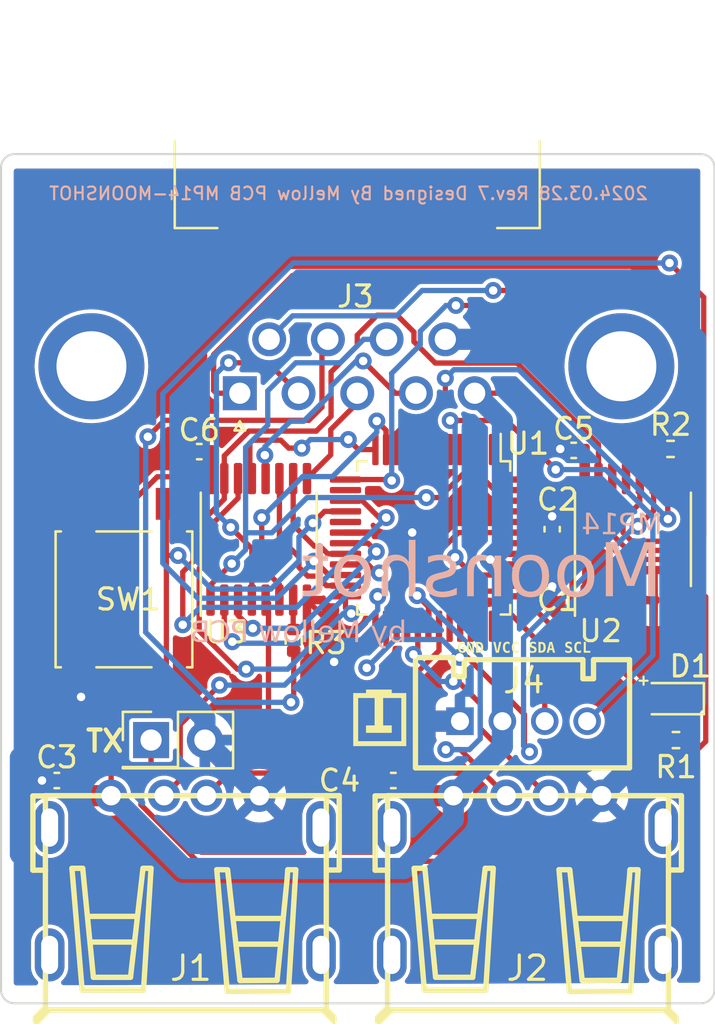
<source format=kicad_pcb>
(kicad_pcb (version 20221018) (generator pcbnew)
  (layers (0 "F.Cu" signal) (31 "B.Cu" signal) (34 "B.Paste" user) (35 "F.Paste" user) (36 "B.SilkS" user "B.Silkscreen") (37 "F.SilkS" user "F.Silkscreen") (38 "B.Mask" user) (39 "F.Mask" user) (44 "Edge.Cuts" user))
  (net 0 "")
  (net 1 "VCC")
  (net 2 "GND")
  (net 3 "Net-(U1-VDD3.3)")
  (net 4 "/JOY_U")
  (net 5 "Net-(D1-K)")
  (net 6 "/H1_D-")
  (net 7 "/H1_D+")
  (net 8 "/H2_D-")
  (net 9 "/H2_D+")
  (net 10 "/JOY_D")
  (net 11 "/JOY_L")
  (net 12 "/JOY_R")
  (net 13 "/JOY_B1")
  (net 14 "/TXD")
  (net 15 "Net-(U1-P1_5)")
  (net 16 "/JOY_B2")
  (net 17 "/JOY_COM")
  (net 20 "/BTN")
  (net 22 "/B6")
  (net 28 "/B5")
  (net 29 "/B4")
  (net 30 "/B3")
  (net 31 "/OE")
  (net 33 "/START")
  (net 35 "/SELECT")
  (net 36 "/B2")
  (net 42 "/SDA")
  (net 43 "/SCL")
  (net 48 "/B1")
  (net 51 "/RIGHT")
  (net 52 "/LEFT")
  (net 53 "/DOWN")
  (net 55 "/UP")
  (net 58 "Net-(U2-Zd)")
  (net 59 "Net-(U3-Zb)")
  (footprint "toyoshim:TS-1159B" (layer "F.Cu") (at 21.5818 42.9009 90)
    (fp_text reference "SW1")
    (fp_text value "SW_Push")
  )
  (footprint "Capacitor_SMD:C_0402_1005Metric" (layer "F.Cu") (at 41.783 41.501 -90)
    (fp_text reference "C1")
    (fp_text value "0.1u")
  )
  (footprint "Connector_PinHeader_2.54mm:PinHeader_2x01_P2.54mm_Vertical" (layer "F.Cu") (at 22.86 49.53)
    (fp_text reference "J6" hide)
    (fp_text value "no impl.")
  )
  (footprint "Capacitor_SMD:C_0402_1005Metric" (layer "F.Cu") (at 34.29 51.435 180)
    (fp_text reference "C4")
    (fp_text value "0.47u")
  )
  (footprint "Capacitor_SMD:C_0402_1005Metric" (layer "F.Cu") (at 41.783 39.596 90)
    (fp_text reference "C2")
    (fp_text value "4.7u")
  )
  (footprint "Resistor_SMD:R_0402_1005Metric" (layer "F.Cu") (at 29.591 44.831 -90)
    (fp_text reference "R3")
    (fp_text value "100")
  )
  (footprint "toyoshim:DSUB-9_Female_TE_2301844_1" (layer "F.Cu") (at 27.048 33.1892 180)
    (fp_text reference "J3")
    (fp_text value "DE9_Plug")
  )
  (footprint "Capacitor_SMD:C_0402_1005Metric" (layer "F.Cu") (at 18.415 51.435 180)
    (fp_text reference "C3")
    (fp_text value "0.47u")
  )
  (footprint "toyoshim:CONN-TH_4P-P2.00_HX20020-4A_2" (layer "F.Cu") (at 40.434 48.641 180)
    (fp_text reference "J4")
    (fp_text value "HY2.0-4P" hide)
  )
  (footprint "toyoshim:USB-A-TH_JTJ-USB-A-F-10.0-010" (layer "F.Cu") (at 40.62 55.9007)
    (fp_text reference "J2")
    (fp_text value "USB-AF-DIP-154-HW-S_P2" hide)
  )
  (footprint "Capacitor_SMD:C_0402_1005Metric" (layer "F.Cu") (at 25.135 35.941 180)
    (fp_text reference "C6")
    (fp_text value "0.1u")
  )
  (footprint "LED_SMD:LED_0603_1608Metric_Pad1.05x0.95mm_HandSolder" (layer "F.Cu") (at 47.28 47.5787 180)
    (fp_text reference "D1")
    (fp_text value "LED")
  )
  (footprint "toyoshim:USB-A-TH_JTJ-USB-A-F-10.0-010" (layer "F.Cu") (at 24.476 55.9007)
    (fp_text reference "J1")
    (fp_text value "USB-AF-DIP-154-HW-S_P1" hide)
  )
  (footprint "Package_QFP:LQFP-48_7x7mm_P0.5mm" (layer "F.Cu") (at 36.195 40.005 -90)
    (fp_text reference "U1")
    (fp_text value "CH559L")
  )
  (footprint "Package_SO:TSSOP-16_4.4x5mm_P0.65mm" (layer "F.Cu") (at 27.94 40.0735 90)
    (fp_text reference "U3")
    (fp_text value "74LS257")
  )
  (footprint "Resistor_SMD:R_0402_1005Metric" (layer "F.Cu") (at 47.625 49.53)
    (fp_text reference "R1")
    (fp_text value "1K")
  )
  (footprint "Package_SO:TSSOP-16_4.4x5mm_P0.65mm" (layer "F.Cu") (at 45.593 40.0735 90)
    (fp_text reference "U2")
    (fp_text value "74LS257")
  )
  (footprint "Resistor_SMD:R_0402_1005Metric" (layer "F.Cu") (at 47.369 35.814 180)
    (fp_text reference "R2")
    (fp_text value "100")
  )
  (footprint "Capacitor_SMD:C_0402_1005Metric" (layer "F.Cu") (at 42.799 35.8825 180)
    (fp_text reference "C5")
    (fp_text value "0.1u")
  )
  (gr_arc (start 15.78395 22.55975) (mid 15.969937 22.110737) (end 16.41895 21.92475) (stroke (width 0.1)) (layer "Edge.Cuts"))
  (gr_line (start 15.78395 61.29475) (end 15.78395 22.55975) (stroke (width 0.1)) (layer "Edge.Cuts"))
  (gr_line (start 16.41895 21.92475) (end 48.80395 21.92475) (stroke (width 0.1)) (layer "Edge.Cuts"))
  (gr_line (start 48.80395 61.92975) (end 16.41895 61.92975) (stroke (width 0.1)) (layer "Edge.Cuts"))
  (gr_arc (start 48.80395 21.92475) (mid 49.252963 22.110737) (end 49.43895 22.55975) (stroke (width 0.1)) (layer "Edge.Cuts"))
  (gr_arc (start 16.41895 61.92975) (mid 15.969937 61.743763) (end 15.78395 61.29475) (stroke (width 0.1)) (layer "Edge.Cuts"))
  (gr_line (start 49.43895 61.29475) (end 49.43895 22.55975) (stroke (width 0.1)) (layer "Edge.Cuts"))
  (gr_arc (start 49.43895 61.29475) (mid 49.252963 61.743763) (end 48.80395 61.92975) (stroke (width 0.1)) (layer "Edge.Cuts"))
  (gr_text "2024.03.28 Rev.7 Designed By Mellow PCB MP14-MOONSHOT" (at 46.355 24.13) (layer "B.SilkS") (effects (font (size 0.6 0.6) (thickness 0.1) bold) (justify left bottom mirror)))
  (gr_text "Moonshot" (at 46.99 43.18) (layer "B.SilkS") (effects (font (size 2.5 2.5)) (justify left bottom mirror)))
  (gr_text "by Mellow PCB" (at 34.925 45.085) (layer "B.SilkS") (effects (font (size 1 1)) (justify left bottom mirror)))
  (gr_text "MP14" (at 46.99 40.005) (layer "B.SilkS") (effects (font (size 1 1)) (justify left bottom mirror)))
  (gr_text "+" (at 45.72 46.99) (layer "F.SilkS") (effects (font (size 0.5 0.5) (thickness 0.1) bold) (justify left bottom)))
  (gr_text "TX" (at 19.685 50.165) (layer "F.SilkS") (effects (font (size 1 1) (thickness 0.2) bold) (justify left bottom)))
  (gr_text "□" (at 32.385 50.165) (layer "F.SilkS") (effects (font (size 3 3)) (justify left bottom)))
  (gr_text "GND VCC SDA SCL" (at 37.3 45.5) (layer "F.SilkS") (effects (font (size 0.5 0.5) (thickness 0.1) bold) (justify left bottom)))
  (gr_text "I" (at 32.766 49.53) (layer "F.SilkS") (effects (font (size 2 2) (thickness 0.4) bold) (justify left bottom)))
  (segment (start 25.665 36.871) (end 25.411032 37.124968) (width 0.25) (layer "F.Cu") (net 1))
  (segment (start 25.411032 37.124968) (end 23.154332 37.124968) (width 0.25) (layer "F.Cu") (net 1))
  (segment (start 43.318 37.211) (end 43.318 35.9215) (width 0.5) (layer "F.Cu") (net 1))
  (segment (start 39.128 40.755) (end 38.862 41.021) (width 0.3) (layer "F.Cu") (net 1))
  (segment (start 40.3575 40.755) (end 41.517 40.755) (width 0.3) (layer "F.Cu") (net 1))
  (segment (start 25.665 37.211) (end 25.665 36.871) (width 0.5) (layer "F.Cu") (net 1))
  (segment (start 42.720002 43.893702) (end 46.405 47.5787) (width 0.25) (layer "F.Cu") (net 1))
  (segment (start 42.720002 41.858888) (end 42.720002 43.893702) (width 0.25) (layer "F.Cu") (net 1))
  (segment (start 38.128 33.1892) (end 40.6004 33.1892) (width 0.25) (layer "F.Cu") (net 1))
  (segment (start 37.12 52.1507) (end 35.4857 52.1507) (width 1) (layer "F.Cu") (net 1))
  (segment (start 43.318 35.9215) (end 43.279 35.8825) (width 0.5) (layer "F.Cu") (net 1))
  (segment (start 35.4857 52.1507) (end 34.77 51.435) (width 1) (layer "F.Cu") (net 1))
  (segment (start 23.154332 37.124968) (end 20.976 39.3033) (width 0.25) (layer "F.Cu") (net 1))
  (segment (start 43.279 35.8825) (end 43.279 35.8678) (width 0.3) (layer "F.Cu") (net 1))
  (segment (start 40.6004 33.1892) (end 43.279 35.8678) (width 0.25) (layer "F.Cu") (net 1))
  (segment (start 25.665 35.991) (end 25.615 35.941) (width 0.5) (layer "F.Cu") (net 1))
  (segment (start 25.665 36.871) (end 25.665 35.991) (width 0.5) (layer "F.Cu") (net 1))
  (segment (start 19.6107 52.1507) (end 18.895 51.435) (width 1) (layer "F.Cu") (net 1))
  (segment (start 20.976 39.3033) (end 20.976 52.1507) (width 0.25) (layer "F.Cu") (net 1))
  (segment (start 40.3575 40.755) (end 39.128 40.755) (width 0.3) (layer "F.Cu") (net 1))
  (segment (start 41.517 40.755) (end 41.783 41.021) (width 0.3) (layer "F.Cu") (net 1))
  (segment (start 41.783 41.021) (end 41.882114 41.021) (width 0.25) (layer "F.Cu") (net 1))
  (segment (start 41.882114 41.021) (end 42.720002 41.858888) (width 0.25) (layer "F.Cu") (net 1))
  (segment (start 20.976 52.1507) (end 19.6107 52.1507) (width 1) (layer "F.Cu") (net 1))
  (via (at 38.862 41.021) (size 0.8) (drill 0.4) (layers "F.Cu" "B.Cu") (net 1))
  (segment (start 24.407 55.5817) (end 20.976 52.1507) (width 1) (layer "B.Cu") (net 1))
  (segment (start 39.434 41.593) (end 39.434 48.641) (width 1) (layer "B.Cu") (net 1))
  (segment (start 37.12 53.2523) (end 34.7906 55.5817) (width 1) (layer "B.Cu") (net 1))
  (segment (start 38.862 41.021) (end 39.434 41.593) (width 1) (layer "B.Cu") (net 1))
  (segment (start 39.434 49.8367) (end 37.12 52.1507) (width 1) (layer "B.Cu") (net 1))
  (segment (start 34.7906 55.5817) (end 24.407 55.5817) (width 1) (layer "B.Cu") (net 1))
  (segment (start 39.434 40.449) (end 38.862 41.021) (width 1) (layer "B.Cu") (net 1))
  (segment (start 39.434 48.641) (end 39.434 49.8367) (width 1) (layer "B.Cu") (net 1))
  (segment (start 37.12 52.1507) (end 37.12 53.2523) (width 1) (layer "B.Cu") (net 1))
  (segment (start 38.128 33.1892) (end 39.434 34.4952) (width 1) (layer "B.Cu") (net 1))
  (segment (start 39.434 34.4952) (end 39.434 40.449) (width 1) (layer "B.Cu") (net 1))
  (segment (start 24.275533 36.320467) (end 21.662233 36.320467) (width 1) (layer "F.Cu") (net 2))
  (segment (start 19.5818 38.4009) (end 19.5818 47.4009) (width 1) (layer "F.Cu") (net 2))
  (segment (start 41.7977 41.981) (end 41.783 42.291) (width 0.3) (layer "F.Cu") (net 2))
  (segment (start 35.175 39.755) (end 35.179 39.751) (width 0.25) (layer "F.Cu") (net 2))
  (segment (start 32.0325 39.755) (end 35.175 39.755) (width 0.25) (layer "F.Cu") (net 2))
  (segment (start 31.496 44.217) (end 30.215 42.936) (width 0.25) (layer "F.Cu") (net 2))
  (segment (start 21.662233 36.320467) (end 19.5818 38.4009) (width 1) (layer "F.Cu") (net 2))
  (segment (start 33.59 50.835) (end 33.59 51.435) (width 1) (layer "F.Cu") (net 2))
  (segment (start 41.783 42.291) (end 41.783 41.981) (width 0.3) (layer "F.Cu") (net 2))
  (segment (start 24.655 35.941) (end 24.275533 36.320467) (width 1) (layer "F.Cu") (net 2))
  (segment (start 35.784 48.641) (end 33.59 50.835) (width 1) (layer "F.Cu") (net 2))
  (segment (start 31.496 45.847) (end 31.496 44.217) (width 0.25) (layer "F.Cu") (net 2))
  (segment (start 37.434 48.641) (end 35.784 48.641) (width 1) (layer "F.Cu") (net 2))
  (via (at 41.783 42.291) (size 0.8) (drill 0.4) (layers "F.Cu" "B.Cu") (net 2))
  (via (at 19.558 47.498) (size 0.8) (drill 0.4) (layers "F.Cu" "B.Cu") (net 2))
  (via (at 31.496 45.847) (size 0.8) (drill 0.4) (layers "F.Cu" "B.Cu") (net 2))
  (via (at 41.783 38.989) (size 0.8) (drill 0.4) (layers "F.Cu" "B.Cu") (net 2))
  (via (at 17.7155 51.435) (size 0.8) (drill 0.4) (layers "F.Cu" "B.Cu") (net 2))
  (via (at 35.179 39.751) (size 0.8) (drill 0.4) (layers "F.Cu" "B.Cu") (net 2))
  (via (at 42.164 35.814) (size 0.8) (drill 0.4) (layers "F.Cu" "B.Cu") (net 2))
  (segment (start 16.695 51.435) (end 17.7155 51.435) (width 1) (layer "B.Cu") (net 2))
  (segment (start 38.2692 30.6492) (end 40.1792 28.7392) (width 1) (layer "B.Cu") (net 2))
  (segment (start 16.695 54.8941) (end 16.695 51.435) (width 1) (layer "B.Cu") (net 2))
  (segment (start 25.4 48.508736) (end 25.4 49.53) (width 1) (layer "B.Cu") (net 2))
  (segment (start 48.556501 47.714199) (end 44.12 52.1507) (width 1) (layer "B.Cu") (net 2))
  (segment (start 16.695 50.361) (end 19.558 47.498) (width 1) (layer "B.Cu") (net 2))
  (segment (start 31.4857 48.641) (end 37.434 48.641) (width 1) (layer "B.Cu") (net 2))
  (segment (start 41.783 38.989) (end 41.783 42.291) (width 0.5) (layer "B.Cu") (net 2))
  (segment (start 18.5622 56.7612) (end 16.695 54.8941) (width 1) (layer "B.Cu") (net 2))
  (segment (start 25.4 49.5747) (end 27.976 52.1507) (width 1) (layer "B.Cu") (net 2))
  (segment (start 16.695 51.435) (end 16.695 50.361) (width 1) (layer "B.Cu") (net 2))
  (segment (start 24.389264 47.498) (end 25.4 48.508736) (width 1) (layer "B.Cu") (net 2))
  (segment (start 40.1792 28.7392) (end 46.6462 28.7392) (width 1) (layer "B.Cu") (net 2))
  (segment (start 19.558 47.498) (end 24.389264 47.498) (width 1) (layer "B.Cu") (net 2))
  (segment (start 36.743 30.6492) (end 38.2692 30.6492) (width 1) (layer "B.Cu") (net 2))
  (segment (start 46.6462 28.7392) (end 48.556501 30.649501) (width 1) (layer "B.Cu") (net 2))
  (segment (start 48.556501 30.649501) (end 48.556501 47.714199) (width 1) (layer "B.Cu") (net 2))
  (segment (start 39.5095 56.7612) (end 18.5622 56.7612) (width 1) (layer "B.Cu") (net 2))
  (segment (start 25.4 49.53) (end 25.4 49.5747) (width 1) (layer "B.Cu") (net 2))
  (segment (start 27.976 52.1507) (end 31.4857 48.641) (width 1) (layer "B.Cu") (net 2))
  (segment (start 44.12 52.1507) (end 39.5095 56.7612) (width 1) (layer "B.Cu") (net 2))
  (segment (start 41.604 40.255) (end 41.783 40.076) (width 0.3) (layer "F.Cu") (net 3))
  (segment (start 40.3575 40.255) (end 41.604 40.255) (width 0.3) (layer "F.Cu") (net 3))
  (segment (start 29.5382 27.644) (end 25.8131 31.3691) (width 0.25) (layer "F.Cu") (net 4))
  (segment (start 25.8131 31.3691) (end 25.8131 33.0596) (width 0.25) (layer "F.Cu") (net 4))
  (segment (start 45.918 37.211) (end 45.918 38.374632) (width 0.25) (layer "F.Cu") (net 4))
  (segment (start 47.701095 40.180501) (end 48.056905 40.180501) (width 0.25) (layer "F.Cu") (net 4))
  (segment (start 48.056905 40.180501) (end 48.504 39.733406) (width 0.25) (layer "F.Cu") (net 4))
  (segment (start 25.9427 33.1892) (end 27.048 33.1892) (width 0.25) (layer "F.Cu") (net 4))
  (segment (start 48.504 30.7365) (end 45.4115 27.644) (width 0.25) (layer "F.Cu") (net 4))
  (segment (start 48.504 39.733406) (end 48.504 30.7365) (width 0.25) (layer "F.Cu") (net 4))
  (segment (start 47.683941 40.163347) (end 47.701095 40.180501) (width 0.25) (layer "F.Cu") (net 4))
  (segment (start 45.125599 39.750661) (end 45.538285 40.163347) (width 0.25) (layer "F.Cu") (net 4))
  (segment (start 45.918 38.374632) (end 45.125599 39.167033) (width 0.25) (layer "F.Cu") (net 4))
  (segment (start 45.538285 40.163347) (end 47.683941 40.163347) (width 0.25) (layer "F.Cu") (net 4))
  (segment (start 45.4115 27.644) (end 29.5382 27.644) (width 0.25) (layer "F.Cu") (net 4))
  (segment (start 45.125599 39.167033) (end 45.125599 39.750661) (width 0.25) (layer "F.Cu") (net 4))
  (segment (start 25.8131 33.0596) (end 25.9427 33.1892) (width 0.25) (layer "F.Cu") (net 4))
  (segment (start 48.145 49.52) (end 48.145 47.5887) (width 0.25) (layer "F.Cu") (net 5))
  (segment (start 48.145 49.52) (end 48.135 49.53) (width 0.25) (layer "F.Cu") (net 5))
  (segment (start 48.145 47.5887) (end 48.155 47.5787) (width 0.25) (layer "F.Cu") (net 5))
  (segment (start 36.945 43.2549) (end 35.7092 42.0191) (width 0.25) (layer "F.Cu") (net 6))
  (segment (start 24.236999 51.388701) (end 24.236999 48.797097) (width 0.25) (layer "F.Cu") (net 6))
  (segment (start 34.2961 42.0191) (end 33.5522 42.763) (width 0.25) (layer "F.Cu") (net 6))
  (segment (start 24.236999 48.797097) (end 26.093205 46.940891) (width 0.25) (layer "F.Cu") (net 6))
  (segment (start 36.945 44.1675) (end 36.945 43.2549) (width 0.25) (layer "F.Cu") (net 6))
  (segment (start 35.7092 42.0191) (end 34.2961 42.0191) (width 0.25) (layer "F.Cu") (net 6))
  (segment (start 23.475 52.1507) (end 24.236999 51.388701) (width 0.25) (layer "F.Cu") (net 6))
  (via (at 33.5522 42.763) (size 0.8) (drill 0.4) (layers "F.Cu" "B.Cu") (net 6))
  (via (at 26.093205 46.940891) (size 0.8) (drill 0.4) (layers "F.Cu" "B.Cu") (net 6))
  (segment (start 33.5522 43.412204) (end 32.562905 44.401499) (width 0.25) (layer "B.Cu") (net 6))
  (segment (start 31.699095 44.401499) (end 29.159703 46.940891) (width 0.25) (layer "B.Cu") (net 6))
  (segment (start 32.562905 44.401499) (end 31.699095 44.401499) (width 0.25) (layer "B.Cu") (net 6))
  (segment (start 33.5522 42.763) (end 33.5522 43.412204) (width 0.25) (layer "B.Cu") (net 6))
  (segment (start 29.159703 46.940891) (end 26.093205 46.940891) (width 0.25) (layer "B.Cu") (net 6))
  (segment (start 30.6762 51.0834) (end 26.5443 51.0834) (width 0.25) (layer "F.Cu") (net 7))
  (segment (start 26.5443 51.0834) (end 25.477 52.1507) (width 0.25) (layer "F.Cu") (net 7))
  (segment (start 36.445 45.3146) (end 30.6762 51.0834) (width 0.25) (layer "F.Cu") (net 7))
  (segment (start 36.445 44.1675) (end 36.445 45.3146) (width 0.25) (layer "F.Cu") (net 7))
  (segment (start 37.4485 49.9802) (end 39.619 52.1507) (width 0.25) (layer "F.Cu") (net 8))
  (segment (start 35.945 43.2529) (end 35.4166 42.7245) (width 0.25) (layer "F.Cu") (net 8))
  (segment (start 35.945 44.1675) (end 35.945 43.2529) (width 0.25) (layer "F.Cu") (net 8))
  (segment (start 36.7659 49.9802) (end 37.4485 49.9802) (width 0.25) (layer "F.Cu") (net 8))
  (via (at 35.4166 42.7245) (size 0.8) (drill 0.4) (layers "F.Cu" "B.Cu") (net 8))
  (via (at 36.7659 49.9802) (size 0.8) (drill 0.4) (layers "F.Cu" "B.Cu") (net 8))
  (segment (start 37.8757 49.9802) (end 36.7659 49.9802) (width 0.25) (layer "B.Cu") (net 8))
  (segment (start 35.4166 42.7245) (end 35.5331 42.7245) (width 0.25) (layer "B.Cu") (net 8))
  (segment (start 38.3893 45.5807) (end 38.3893 49.4666) (width 0.25) (layer "B.Cu") (net 8))
  (segment (start 35.5331 42.7245) (end 38.3893 45.5807) (width 0.25) (layer "B.Cu") (net 8))
  (segment (start 38.3893 49.4666) (end 37.8757 49.9802) (width 0.25) (layer "B.Cu") (net 8))
  (segment (start 35.445 45.2914) (end 35.2396 45.4968) (width 0.25) (layer "F.Cu") (net 9))
  (segment (start 38.3894 47.8163) (end 38.3894 48.9838) (width 0.25) (layer "F.Cu") (net 9))
  (segment (start 37.3428 46.7697) (end 38.3894 47.8163) (width 0.25) (layer "F.Cu") (net 9))
  (segment (start 38.3894 48.9838) (end 41.5563 52.1507) (width 0.25) (layer "F.Cu") (net 9))
  (segment (start 35.445 44.1675) (end 35.445 45.2914) (width 0.25) (layer "F.Cu") (net 9))
  (segment (start 41.5563 52.1507) (end 41.621 52.1507) (width 0.25) (layer "F.Cu") (net 9))
  (segment (start 37.1195 46.7697) (end 37.3428 46.7697) (width 0.25) (layer "F.Cu") (net 9))
  (via (at 35.2396 45.4968) (size 0.8) (drill 0.4) (layers "F.Cu" "B.Cu") (net 9))
  (via (at 37.1195 46.7697) (size 0.8) (drill 0.4) (layers "F.Cu" "B.Cu") (net 9))
  (segment (start 36.5125 46.7697) (end 35.2396 45.4968) (width 0.25) (layer "B.Cu") (net 9))
  (segment (start 37.1195 46.7697) (end 36.5125 46.7697) (width 0.25) (layer "B.Cu") (net 9))
  (segment (start 26.6162 39.5071) (end 27.615 40.5059) (width 0.25) (layer "F.Cu") (net 10))
  (segment (start 28.3849 31.7561) (end 26.5184 31.7561) (width 0.25) (layer "F.Cu") (net 10))
  (segment (start 27.615 40.5059) (end 27.615 42.936) (width 0.25) (layer "F.Cu") (net 10))
  (segment (start 29.818 33.1892) (end 28.3849 31.7561) (width 0.25) (layer "F.Cu") (net 10))
  (via (at 26.6162 39.5071) (size 0.8) (drill 0.4) (layers "F.Cu" "B.Cu") (net 10))
  (via (at 26.5184 31.7561) (size 0.8) (drill 0.4) (layers "F.Cu" "B.Cu") (net 10))
  (segment (start 25.9426 32.2598) (end 25.9426 38.8335) (width 0.25) (layer "B.Cu") (net 10))
  (segment (start 26.4463 31.7561) (end 25.9426 32.2598) (width 0.25) (layer "B.Cu") (net 10))
  (segment (start 25.9426 38.8335) (end 26.6162 39.5071) (width 0.25) (layer "B.Cu") (net 10))
  (segment (start 26.5184 31.7561) (end 26.4463 31.7561) (width 0.25) (layer "B.Cu") (net 10))
  (segment (start 31.339002 36.086998) (end 30.215 37.211) (width 0.25) (layer "F.Cu") (net 11))
  (segment (start 32.588 33.1892) (end 32.588 33.650812) (width 0.25) (layer "F.Cu") (net 11))
  (segment (start 31.339002 34.89981) (end 31.339002 36.086998) (width 0.25) (layer "F.Cu") (net 11))
  (segment (start 32.588 33.650812) (end 31.339002 34.89981) (width 0.25) (layer "F.Cu") (net 11))
  (segment (start 28.265 36.144602) (end 28.2279 36.107502) (width 0.25) (layer "F.Cu") (net 12))
  (segment (start 35.358 33.1892) (end 34.3868 33.1892) (width 0.25) (layer "F.Cu") (net 12))
  (segment (start 34.3868 33.1892) (end 32.8677 31.6701) (width 0.25) (layer "F.Cu") (net 12))
  (segment (start 28.265 37.211) (end 28.265 36.144602) (width 0.25) (layer "F.Cu") (net 12))
  (via (at 28.2279 36.107502) (size 0.8) (drill 0.4) (layers "F.Cu" "B.Cu") (net 12))
  (via (at 32.8677 31.6701) (size 0.8) (drill 0.4) (layers "F.Cu" "B.Cu") (net 12))
  (segment (start 32.8677 31.6701) (end 32.5439 31.6701) (width 0.25) (layer "B.Cu") (net 12))
  (segment (start 31.3553 32.8587) (end 31.3553 33.2152) (width 0.25) (layer "B.Cu") (net 12))
  (segment (start 30.0605 34.51) (end 29.4295 34.51) (width 0.25) (layer "B.Cu") (net 12))
  (segment (start 31.3553 33.2152) (end 30.0605 34.51) (width 0.25) (layer "B.Cu") (net 12))
  (segment (start 29.4295 34.51) (end 28.2279 35.7116) (width 0.25) (layer "B.Cu") (net 12))
  (segment (start 32.5439 31.6701) (end 31.3553 32.8587) (width 0.25) (layer "B.Cu") (net 12))
  (segment (start 28.2279 35.7116) (end 28.2279 36.107502) (width 0.25) (layer "B.Cu") (net 12))
  (segment (start 46.859 35.814) (end 47.853 34.82) (width 0.25) (layer "F.Cu") (net 13))
  (segment (start 45.5081 28.3493) (end 47.868 30.7092) (width 0.25) (layer "F.Cu") (net 13))
  (segment (start 39.0012 28.3493) (end 45.5081 28.3493) (width 0.25) (layer "F.Cu") (net 13))
  (segment (start 47.853 34.82) (end 47.853 30.7242) (width 0.25) (layer "F.Cu") (net 13))
  (via (at 39.0012 28.3493) (size 0.8) (drill 0.4) (layers "F.Cu" "B.Cu") (net 13))
  (segment (start 39.0012 28.3493) (end 35.6469 28.3493) (width 0.25) (layer "B.Cu") (net 13))
  (segment (start 35.3001 28.6961) (end 34.4524 29.5438) (width 0.25) (layer "B.Cu") (net 13))
  (segment (start 35.6469 28.3493) (end 35.3001 28.6961) (width 0.25) (layer "B.Cu") (net 13))
  (segment (start 29.5384 29.5438) (end 28.433 30.6492) (width 0.25) (layer "B.Cu") (net 13))
  (segment (start 34.4524 29.5438) (end 29.5384 29.5438) (width 0.25) (layer "B.Cu") (net 13))
  (segment (start 22.86 49.53) (end 22.86 50.6853) (width 0.25) (layer "F.Cu") (net 14))
  (segment (start 25.0482 55.243) (end 22.3841 52.5789) (width 0.25) (layer "F.Cu") (net 14))
  (segment (start 42.4341 44.8316) (end 42.4341 50.5353) (width 0.25) (layer "F.Cu") (net 14))
  (segment (start 42.4341 50.5353) (end 42.7068 50.808) (width 0.25) (layer "F.Cu") (net 14))
  (segment (start 22.3841 51.1612) (end 22.86 50.6853) (width 0.25) (layer "F.Cu") (net 14))
  (segment (start 42.7068 50.808) (end 42.7068 52.5853) (width 0.25) (layer "F.Cu") (net 14))
  (segment (start 40.0491 55.243) (end 25.0482 55.243) (width 0.25) (layer "F.Cu") (net 14))
  (segment (start 42.7068 52.5853) (end 40.0491 55.243) (width 0.25) (layer "F.Cu") (net 14))
  (segment (start 40.3575 42.755) (end 42.4341 44.8316) (width 0.25) (layer "F.Cu") (net 14))
  (segment (start 22.3841 52.5789) (end 22.3841 51.1612) (width 0.25) (layer "F.Cu") (net 14))
  (segment (start 44.266597 40.106471) (end 45.182475 41.022349) (width 0.25) (layer "F.Cu") (net 15))
  (segment (start 47.796 50.211) (end 47.115 49.53) (width 0.25) (layer "F.Cu") (net 15))
  (segment (start 47.265549 41.022349) (end 49.0298 42.7866) (width 0.25) (layer "F.Cu") (net 15))
  (segment (start 41.660298 37.494998) (end 42.189152 37.494998) (width 0.25) (layer "F.Cu") (net 15))
  (segment (start 49.0298 49.5899) (end 48.4087 50.211) (width 0.25) (layer "F.Cu") (net 15))
  (segment (start 48.4087 50.211) (end 47.796 50.211) (width 0.25) (layer "F.Cu") (net 15))
  (segment (start 40.3575 37.255) (end 41.4203 37.255) (width 0.25) (layer "F.Cu") (net 15))
  (segment (start 42.189152 37.494998) (end 44.266597 39.572443) (width 0.25) (layer "F.Cu") (net 15))
  (segment (start 44.266597 39.572443) (end 44.266597 40.106471) (width 0.25) (layer "F.Cu") (net 15))
  (segment (start 49.0298 42.7866) (end 49.0298 49.5899) (width 0.25) (layer "F.Cu") (net 15))
  (segment (start 41.4203 37.255) (end 41.660298 37.494998) (width 0.25) (layer "F.Cu") (net 15))
  (segment (start 45.182475 41.022349) (end 47.265549 41.022349) (width 0.25) (layer "F.Cu") (net 15))
  (segment (start 23.484222 34.465501) (end 22.708756 35.240967) (width 0.25) (layer "F.Cu") (net 16))
  (segment (start 30.923 30.9292) (end 30.923 33.847) (width 0.25) (layer "F.Cu") (net 16))
  (segment (start 30.923 33.847) (end 30.304499 34.465501) (width 0.25) (layer "F.Cu") (net 16))
  (segment (start 29.591 47.625) (end 29.591 45.341) (width 0.25) (layer "F.Cu") (net 16))
  (segment (start 29.464 47.752) (end 29.591 47.625) (width 0.25) (layer "F.Cu") (net 16))
  (segment (start 31.203 30.6492) (end 30.923 30.9292) (width 0.25) (layer "F.Cu") (net 16))
  (segment (start 30.304499 34.465501) (end 23.484222 34.465501) (width 0.25) (layer "F.Cu") (net 16))
  (via (at 29.464 47.752) (size 0.8) (drill 0.4) (layers "F.Cu" "B.Cu") (net 16))
  (via (at 22.708756 35.240967) (size 0.8) (drill 0.4) (layers "F.Cu" "B.Cu") (net 16))
  (segment (start 22.606 35.343723) (end 22.708756 35.240967) (width 0.25) (layer "B.Cu") (net 16))
  (segment (start 25.908 47.752) (end 22.606 44.45) (width 0.25) (layer "B.Cu") (net 16))
  (segment (start 29.464 47.752) (end 25.908 47.752) (width 0.25) (layer "B.Cu") (net 16))
  (segment (start 22.606 44.45) (end 22.606 35.343723) (width 0.25) (layer "B.Cu") (net 16))
  (segment (start 26.668 41.2195) (end 25.665 42.2225) (width 0.25) (layer "F.Cu") (net 17))
  (segment (start 41.478095 37.924499) (end 41.960905 37.924499) (width 0.25) (layer "F.Cu") (net 17))
  (segment (start 40.3575 37.755) (end 41.308596 37.755) (width 0.25) (layer "F.Cu") (net 17))
  (segment (start 37.945 36.6261) (end 36.466 38.1051) (width 0.25) (layer "F.Cu") (net 17))
  (segment (start 37.945 35.8425) (end 37.945 36.6261) (width 0.25) (layer "F.Cu") (net 17))
  (segment (start 37.945 36.6261) (end 39.0739 37.755) (width 0.25) (layer "F.Cu") (net 17))
  (segment (start 41.308596 37.755) (end 41.478095 37.924499) (width 0.25) (layer "F.Cu") (net 17))
  (segment (start 41.960905 37.924499) (end 43.318 39.281594) (width 0.25) (layer "F.Cu") (net 17))
  (segment (start 43.318 39.281594) (end 43.318 42.936) (width 0.25) (layer "F.Cu") (net 17))
  (segment (start 36.466 38.1051) (end 35.8466 38.1051) (width 0.25) (layer "F.Cu") (net 17))
  (segment (start 39.0739 37.755) (end 40.3575 37.755) (width 0.25) (layer "F.Cu") (net 17))
  (segment (start 25.665 42.2225) (end 25.665 42.936) (width 0.25) (layer "F.Cu") (net 17))
  (via (at 26.668 41.2195) (size 0.8) (drill 0.4) (layers "F.Cu" "B.Cu") (net 17))
  (via (at 35.8466 38.1051) (size 0.8) (drill 0.4) (layers "F.Cu" "B.Cu") (net 17))
  (segment (start 27.3215 40.566) (end 27.3215 39.7639) (width 0.25) (layer "B.Cu") (net 17))
  (segment (start 29.6882 31.7546) (end 31.7859 31.7546) (width 0.25) (layer "B.Cu") (net 17))
  (segment (start 26.668 41.2195) (end 27.3215 40.566) (width 0.25) (layer "B.Cu") (net 17))
  (segment (start 27.3215 39.7639) (end 27.3215 35.7406) (width 0.25) (layer "B.Cu") (net 17))
  (segment (start 32.8913 30.6492) (end 33.973 30.6492) (width 0.25) (layer "B.Cu") (net 17))
  (segment (start 28.5605 39.7639) (end 27.3215 39.7639) (width 0.25) (layer "B.Cu") (net 17))
  (segment (start 28.366 34.6961) (end 28.366 33.0768) (width 0.25) (layer "B.Cu") (net 17))
  (segment (start 28.366 33.0768) (end 29.6882 31.7546) (width 0.25) (layer "B.Cu") (net 17))
  (segment (start 35.8466 38.1051) (end 30.2193 38.1051) (width 0.25) (layer "B.Cu") (net 17))
  (segment (start 30.2193 38.1051) (end 28.5605 39.7639) (width 0.25) (layer "B.Cu") (net 17))
  (segment (start 31.7859 31.7546) (end 32.8913 30.6492) (width 0.25) (layer "B.Cu") (net 17))
  (segment (start 27.3215 35.7406) (end 28.366 34.6961) (width 0.25) (layer "B.Cu") (net 17))
  (segment (start 23.5818 38.4009) (end 23.5818 39.4562) (width 0.25) (layer "F.Cu") (net 20))
  (segment (start 23.5818 47.4009) (end 23.5818 46.3456) (width 0.25) (layer "F.Cu") (net 20))
  (segment (start 31.0457 38.755) (end 30.4956 39.3051) (width 0.25) (layer "F.Cu") (net 20))
  (segment (start 23.5818 46.3456) (end 23.5818 40.8333) (width 0.25) (layer "F.Cu") (net 20))
  (segment (start 23.5818 40.8333) (end 23.5818 39.4562) (width 0.25) (layer "F.Cu") (net 20))
  (segment (start 32.0325 38.755) (end 31.0457 38.755) (width 0.25) (layer "F.Cu") (net 20))
  (segment (start 24.1332 40.8333) (end 23.5818 40.8333) (width 0.25) (layer "F.Cu") (net 20))
  (via (at 24.1332 40.8333) (size 0.8) (drill 0.4) (layers "F.Cu" "B.Cu") (net 20))
  (via (at 30.4956 39.3051) (size 0.8) (drill 0.4) (layers "F.Cu" "B.Cu") (net 20))
  (segment (start 30.4956 39.3051) (end 29.8379 39.9628) (width 0.25) (layer "B.Cu") (net 20))
  (segment (start 25.7169 42.417) (end 24.1332 40.8333) (width 0.25) (layer "B.Cu") (net 20))
  (segment (start 29.8379 39.9628) (end 29.8379 41.0887) (width 0.25) (layer "B.Cu") (net 20))
  (segment (start 29.8379 41.0887) (end 28.5096 42.417) (width 0.25) (layer "B.Cu") (net 20))
  (segment (start 28.5096 42.417) (end 25.7169 42.417) (width 0.25) (layer "B.Cu") (net 20))
  (segment (start 32.0325 37.255) (end 34.1645 37.255) (width 0.25) (layer "F.Cu") (net 22))
  (segment (start 38.027 29.0538) (end 37.2426 29.0538) (width 0.25) (layer "F.Cu") (net 22))
  (segment (start 34.1645 37.255) (end 34.2142 37.3047) (width 0.25) (layer "F.Cu") (net 22))
  (segment (start 45.268 36.2948) (end 38.027 29.0538) (width 0.25) (layer "F.Cu") (net 22))
  (segment (start 45.268 37.211) (end 45.268 36.2948) (width 0.25) (layer "F.Cu") (net 22))
  (via (at 34.2142 37.3047) (size 0.8) (drill 0.4) (layers "F.Cu" "B.Cu") (net 22))
  (via (at 37.2426 29.0538) (size 0.8) (drill 0.4) (layers "F.Cu" "B.Cu") (net 22))
  (segment (start 35.56 30.9049) (end 34.2069 32.258) (width 0.25) (layer "B.Cu") (net 22))
  (segment (start 34.2142 37.3047) (end 34.2142 32.2653) (width 0.25) (layer "B.Cu") (net 22))
  (segment (start 35.56 30.269494) (end 35.56 30.9049) (width 0.25) (layer "B.Cu") (net 22))
  (segment (start 36.775694 29.0538) (end 35.56 30.269494) (width 0.25) (layer "B.Cu") (net 22))
  (segment (start 37.2426 29.0538) (end 36.775694 29.0538) (width 0.25) (layer "B.Cu") (net 22))
  (segment (start 34.2142 32.2653) (end 34.2069 32.258) (width 0.25) (layer "B.Cu") (net 22))
  (segment (start 36.7638 29.0538) (end 37.2426 29.0538) (width 0.25) (layer "B.Cu") (net 22))
  (segment (start 27.6618 44.2622) (end 27.5687 44.2622) (width 0.25) (layer "F.Cu") (net 28))
  (segment (start 33.0932 40.255) (end 33.4874 40.6492) (width 0.25) (layer "F.Cu") (net 28))
  (segment (start 27.5687 44.2622) (end 26.965 43.6585) (width 0.25) (layer "F.Cu") (net 28))
  (segment (start 26.965 43.6585) (end 26.965 42.936) (width 0.25) (layer "F.Cu") (net 28))
  (segment (start 32.0325 40.255) (end 33.0932 40.255) (width 0.25) (layer "F.Cu") (net 28))
  (via (at 27.6618 44.2622) (size 0.8) (drill 0.4) (layers "F.Cu" "B.Cu") (net 28))
  (via (at 33.4874 40.6492) (size 0.8) (drill 0.4) (layers "F.Cu" "B.Cu") (net 28))
  (segment (start 29.8744 44.2622) (end 27.6618 44.2622) (width 0.25) (layer "B.Cu") (net 28))
  (segment (start 33.4874 40.6492) (end 29.8744 44.2622) (width 0.25) (layer "B.Cu") (net 28))
  (segment (start 30.5614 40.3955) (end 30.8355 40.3955) (width 0.25) (layer "F.Cu") (net 29))
  (segment (start 29.565 39.3991) (end 30.5614 40.3955) (width 0.25) (layer "F.Cu") (net 29))
  (segment (start 29.565 37.211) (end 29.565 39.3991) (width 0.25) (layer "F.Cu") (net 29))
  (segment (start 31.195 40.755) (end 32.0325 40.755) (width 0.25) (layer "F.Cu") (net 29))
  (segment (start 30.8355 40.3955) (end 31.195 40.755) (width 0.25) (layer "F.Cu") (net 29))
  (segment (start 34.445 35.0601) (end 35.0029 34.5022) (width 0.25) (layer "F.Cu") (net 30))
  (segment (start 34.445 35.8425) (end 34.445 35.0601) (width 0.25) (layer "F.Cu") (net 30))
  (segment (start 35.0029 34.5022) (end 35.6285 34.5022) (width 0.25) (layer "F.Cu") (net 30))
  (segment (start 36.7431 33.3876) (end 36.7431 32.4852) (width 0.25) (layer "F.Cu") (net 30))
  (segment (start 47.218 37.211) (end 47.244 39.116) (width 0.25) (layer "F.Cu") (net 30))
  (segment (start 35.6285 34.5022) (end 36.7431 33.3876) (width 0.25) (layer "F.Cu") (net 30))
  (via (at 47.244 39.116) (size 0.8) (drill 0.4) (layers "F.Cu" "B.Cu") (net 30))
  (via (at 36.7431 32.4852) (size 0.8) (drill 0.4) (layers "F.Cu" "B.Cu") (net 30))
  (segment (start 36.7431 32.4852) (end 37.1451 32.0832) (width 0.25) (layer "B.Cu") (net 30))
  (segment (start 47.244 39.116) (end 40.2112 32.0832) (width 0.25) (layer "B.Cu") (net 30))
  (segment (start 40.2112 32.0832) (end 40.132 32.0832) (width 0.25) (layer "B.Cu") (net 30))
  (segment (start 37.1451 32.0832) (end 40.132 32.0832) (width 0.25) (layer "B.Cu") (net 30))
  (segment (start 33.5273 29.5144) (end 32.588 30.4537) (width 0.25) (layer "F.Cu") (net 31))
  (segment (start 36.269 31.7671) (end 35.2628 30.7609) (width 0.25) (layer "F.Cu") (net 31))
  (segment (start 43.968 35.6035) (end 40.1316 31.7671) (width 0.25) (layer "F.Cu") (net 31))
  (segment (start 43.968 37.211) (end 43.968 35.6035) (width 0.25) (layer "F.Cu") (net 31))
  (segment (start 32.588 30.9524) (end 31.352501 32.187899) (width 0.25) (layer "F.Cu") (net 31))
  (segment (start 24.8385 39.6513) (end 26.315 38.1748) (width 0.25) (layer "F.Cu") (net 31))
  (segment (start 24.8385 41.1255) (end 24.8385 39.6513) (width 0.25) (layer "F.Cu") (net 31))
  (segment (start 26.315 38.1748) (end 26.315 37.211) (width 0.25) (layer "F.Cu") (net 31))
  (segment (start 30.657905 34.973501) (end 27.479899 34.973501) (width 0.25) (layer "F.Cu") (net 31))
  (segment (start 32.588 30.4537) (end 32.588 30.9524) (width 0.25) (layer "F.Cu") (net 31))
  (segment (start 31.352501 34.278905) (end 30.657905 34.973501) (width 0.25) (layer "F.Cu") (net 31))
  (segment (start 40.1316 31.7671) (end 36.269 31.7671) (width 0.25) (layer "F.Cu") (net 31))
  (segment (start 35.2628 30.3091) (end 34.4681 29.5144) (width 0.25) (layer "F.Cu") (net 31))
  (segment (start 32.8274 38.255) (end 33.6229 39.0505) (width 0.25) (layer "F.Cu") (net 31))
  (segment (start 24.356 41.608) (end 24.8385 41.1255) (width 0.25) (layer "F.Cu") (net 31))
  (segment (start 33.6229 39.0505) (end 33.952432 39.0505) (width 0.25) (layer "F.Cu") (net 31))
  (segment (start 35.2628 30.7609) (end 35.2628 30.3091) (width 0.25) (layer "F.Cu") (net 31))
  (segment (start 24.356 44.0973) (end 24.356 41.608) (width 0.25) (layer "F.Cu") (net 31))
  (segment (start 27.479899 34.973501) (end 26.315 36.1384) (width 0.25) (layer "F.Cu") (net 31))
  (segment (start 31.352501 32.187899) (end 31.352501 34.278905) (width 0.25) (layer "F.Cu") (net 31))
  (segment (start 34.4681 29.5144) (end 33.5273 29.5144) (width 0.25) (layer "F.Cu") (net 31))
  (segment (start 26.315 36.1384) (end 26.315 37.211) (width 0.25) (layer "F.Cu") (net 31))
  (segment (start 32.0325 38.255) (end 32.8274 38.255) (width 0.25) (layer "F.Cu") (net 31))
  (via (at 33.952432 39.0505) (size 0.8) (drill 0.4) (layers "F.Cu" "B.Cu") (net 31))
  (via (at 24.356 44.0973) (size 0.8) (drill 0.4) (layers "F.Cu" "B.Cu") (net 31))
  (segment (start 29.725132 43.2778) (end 33.952432 39.0505) (width 0.25) (layer "B.Cu") (net 31))
  (segment (start 24.356 44.0973) (end 25.1755 43.2778) (width 0.25) (layer "B.Cu") (net 31))
  (segment (start 25.1755 43.2778) (end 29.725132 43.2778) (width 0.25) (layer "B.Cu") (net 31))
  (segment (start 28.0817 39.0472) (end 28.0817 41.3744) (width 0.25) (layer "F.Cu") (net 33))
  (segment (start 33.945 35.8425) (end 33.945 34.934564) (width 0.25) (layer "F.Cu") (net 33))
  (segment (start 28.915 42.2077) (end 28.915 42.936) (width 0.25) (layer "F.Cu") (net 33))
  (segment (start 28.0817 41.3744) (end 28.915 42.2077) (width 0.25) (layer "F.Cu") (net 33))
  (segment (start 33.945 34.934564) (end 33.5097 34.499264) (width 0.25) (layer "F.Cu") (net 33))
  (via (at 28.0817 39.0472) (size 0.8) (drill 0.4) (layers "F.Cu" "B.Cu") (net 33))
  (via (at 33.5097 34.499264) (size 0.8) (drill 0.4) (layers "F.Cu" "B.Cu") (net 33))
  (segment (start 30.0129 37.116) (end 31.4231 37.116) (width 0.25) (layer "B.Cu") (net 33))
  (segment (start 33.5097 35.0294) (end 33.5097 34.499264) (width 0.25) (layer "B.Cu") (net 33))
  (segment (start 31.4231 37.116) (end 33.5097 35.0294) (width 0.25) (layer "B.Cu") (net 33))
  (segment (start 28.0817 39.0472) (end 30.0129 37.116) (width 0.25) (layer "B.Cu") (net 33))
  (segment (start 33.445 35.8425) (end 32.6383 35.8425) (width 0.25) (layer "F.Cu") (net 35))
  (segment (start 27.615 37.211) (end 27.5226 37.1186) (width 0.25) (layer "F.Cu") (net 35))
  (segment (start 32.6383 35.8425) (end 32.167 35.3712) (width 0.25) (layer "F.Cu") (net 35))
  (segment (start 29.353471 35.775283) (end 29.971364 35.775283) (width 0.25) (layer "F.Cu") (net 35))
  (segment (start 27.5226 37.1186) (end 27.5226 35.5394) (width 0.25) (layer "F.Cu") (net 35))
  (segment (start 28.98119 35.403002) (end 29.353471 35.775283) (width 0.25) (layer "F.Cu") (net 35))
  (segment (start 27.658998 35.403002) (end 28.98119 35.403002) (width 0.25) (layer "F.Cu") (net 35))
  (segment (start 27.5226 35.5394) (end 27.658998 35.403002) (width 0.25) (layer "F.Cu") (net 35))
  (via (at 32.167 35.3712) (size 0.8) (drill 0.4) (layers "F.Cu" "B.Cu") (net 35))
  (via (at 29.971364 35.775283) (size 0.8) (drill 0.4) (layers "F.Cu" "B.Cu") (net 35))
  (segment (start 32.167 35.3712) (end 30.375447 35.3712) (width 0.25) (layer "B.Cu") (net 35))
  (segment (start 30.375447 35.3712) (end 29.971364 35.775283) (width 0.25) (layer "B.Cu") (net 35))
  (segment (start 28.399499 48.183905) (end 29.159095 48.943501) (width 0.25) (layer "F.Cu") (net 36))
  (segment (start 32.306501 45.305999) (end 33.445 44.1675) (width 0.25) (layer "F.Cu") (net 36))
  (segment (start 30.276905 48.943501) (end 32.306501 46.913905) (width 0.25) (layer "F.Cu") (net 36))
  (segment (start 29.159095 48.943501) (end 30.276905 48.943501) (width 0.25) (layer "F.Cu") (net 36))
  (segment (start 28.265 42.936) (end 28.399499 43.070499) (width 0.25) (layer "F.Cu") (net 36))
  (segment (start 32.306501 46.913905) (end 32.306501 45.305999) (width 0.25) (layer "F.Cu") (net 36))
  (segment (start 28.399499 43.070499) (end 28.399499 48.183905) (width 0.25) (layer "F.Cu") (net 36))
  (segment (start 36.4922 41.215) (end 37.7918 42.5146) (width 0.25) (layer "F.Cu") (net 42))
  (segment (start 39.5574 42.255) (end 39.2978 42.5146) (width 0.25) (layer "F.Cu") (net 42))
  (segment (start 37.7918 42.5146) (end 39.2978 42.5146) (width 0.25) (layer "F.Cu") (net 42))
  (segment (start 39.2978 42.5146) (end 39.2978 43.0614) (width 0.25) (layer "F.Cu") (net 42))
  (segment (start 36.4922 40.6277) (end 36.4922 41.215) (width 0.25) (layer "F.Cu") (net 42))
  (segment (start 40.3575 39.755) (end 37.3649 39.755) (width 0.25) (layer "F.Cu") (net 42))
  (segment (start 40.3575 42.255) (end 39.5574 42.255) (width 0.25) (layer "F.Cu") (net 42))
  (segment (start 37.3649 39.755) (end 36.4922 40.6277) (width 0.25) (layer "F.Cu") (net 42))
  (segment (start 41.434 45.1976) (end 41.434 48.641) (width 0.25) (layer "F.Cu") (net 42))
  (segment (start 39.2978 43.0614) (end 41.434 45.1976) (width 0.25) (layer "F.Cu") (net 42))
  (segment (start 36.9739 34.4746) (end 39.6373 34.4746) (width 0.25) (layer "F.Cu") (net 43))
  (segment (start 40.3575 41.755) (end 38.0395 41.755) (width 0.25) (layer "F.Cu") (net 43))
  (segment (start 39.6373 34.4746) (end 41.9501 36.7874) (width 0.25) (layer "F.Cu") (net 43))
  (segment (start 38.0395 41.755) (end 37.204 40.9195) (width 0.25) (layer "F.Cu") (net 43))
  (via (at 36.9739 34.4746) (size 0.8) (drill 0.4) (layers "F.Cu" "B.Cu") (net 43))
  (via (at 41.9501 36.7874) (size 0.8) (drill 0.4) (layers "F.Cu" "B.Cu") (net 43))
  (via (at 37.204 40.9195) (size 0.8) (drill 0.4) (layers "F.Cu" "B.Cu") (net 43))
  (segment (start 41.9501 36.7874) (end 44.307994 36.7874) (width 0.25) (layer "B.Cu") (net 43))
  (segment (start 37.204 40.9195) (end 37.204 34.7047) (width 0.25) (layer "B.Cu") (net 43))
  (segment (start 37.204 34.7047) (end 36.9739 34.4746) (width 0.25) (layer "B.Cu") (net 43))
  (segment (start 46.534599 45.540401) (end 43.434 48.641) (width 0.25) (layer "B.Cu") (net 43))
  (segment (start 46.534599 39.014005) (end 46.534599 45.540401) (width 0.25) (layer "B.Cu") (net 43))
  (segment (start 44.307994 36.7874) (end 46.534599 39.014005) (width 0.25) (layer "B.Cu") (net 43))
  (segment (start 46.568 38.720946) (end 45.830099 39.458847) (width 0.25) (layer "F.Cu") (net 48))
  (segment (start 37.7834 45.632) (end 40.4786 48.3272) (width 0.25) (layer "F.Cu") (net 48))
  (segment (start 46.568 37.211) (end 46.568 38.720946) (width 0.25) (layer "F.Cu") (net 48))
  (segment (start 40.4786 48.3272) (end 40.4786 49.8476) (width 0.25) (layer "F.Cu") (net 48))
  (segment (start 33.945 45.2177) (end 33.0353 46.1274) (width 0.25) (layer "F.Cu") (net 48))
  (segment (start 40.4786 49.8476) (end 40.7152 50.0842) (width 0.25) (layer "F.Cu") (net 48))
  (segment (start 33.945 44.1675) (end 33.945 45.2177) (width 0.25) (layer "F.Cu") (net 48))
  (segment (start 37.4182 45.632) (end 37.7834 45.632) (width 0.25) (layer "F.Cu") (net 48))
  (via (at 40.7152 50.0842) (size 0.8) (drill 0.4) (layers "F.Cu" "B.Cu") (net 48))
  (via (at 33.0353 46.1274) (size 0.8) (drill 0.4) (layers "F.Cu" "B.Cu") (net 48))
  (via (at 45.830099 39.458847) (size 0.8) (drill 0.4) (layers "F.Cu" "B.Cu") (net 48))
  (via (at 37.4182 45.632) (size 0.8) (drill 0.4) (layers "F.Cu" "B.Cu") (net 48))
  (segment (start 34.3712 44.7915) (end 33.0353 46.1274) (width 0.25) (layer "B.Cu") (net 48))
  (segment (start 36.5777 44.7915) (end 34.3712 44.7915) (width 0.25) (layer "B.Cu") (net 48))
  (segment (start 37.4182 45.632) (end 36.5777 44.7915) (width 0.25) (layer "B.Cu") (net 48))
  (segment (start 45.687553 39.458847) (end 45.830099 39.458847) (width 0.25) (layer "B.Cu") (net 48))
  (segment (start 40.4341 44.7123) (end 45.687553 39.458847) (width 0.25) (layer "B.Cu") (net 48))
  (segment (start 40.4341 49.8031) (end 40.4341 44.7123) (width 0.25) (layer "B.Cu") (net 48))
  (segment (start 40.7152 50.0842) (end 40.4341 49.8031) (width 0.25) (layer "B.Cu") (net 48))
  (segment (start 32.0325 42.755) (end 32.0325 43.29749) (width 0.25) (layer "F.Cu") (net 51))
  (segment (start 27.3471 46.1876) (end 26.9298 46.1876) (width 0.25) (layer "F.Cu") (net 51))
  (segment (start 25.1302 44.388) (end 25.1302 41.4424) (width 0.25) (layer "F.Cu") (net 51))
  (segment (start 26.9298 46.1876) (end 25.1302 44.388) (width 0.25) (layer "F.Cu") (net 51))
  (segment (start 32.0325 43.29749) (end 32.305009 43.569999) (width 0.25) (layer "F.Cu") (net 51))
  (segment (start 25.2688 41.3038) (end 25.2688 39.8297) (width 0.25) (layer "F.Cu") (net 51))
  (segment (start 25.2688 39.8297) (end 26.965 38.1335) (width 0.25) (layer "F.Cu") (net 51))
  (segment (start 26.965 38.1335) (end 26.965 37.211) (width 0.25) (layer "F.Cu") (net 51))
  (segment (start 25.1302 41.4424) (end 25.2688 41.3038) (width 0.25) (layer "F.Cu") (net 51))
  (via (at 27.3471 46.1876) (size 0.8) (drill 0.4) (layers "F.Cu" "B.Cu") (net 51))
  (via (at 32.305009 43.569999) (size 0.8) (drill 0.4) (layers "F.Cu" "B.Cu") (net 51))
  (segment (start 29.305588 46.1876) (end 31.923189 43.569999) (width 0.25) (layer "B.Cu") (net 51))
  (segment (start 27.3471 46.1876) (end 29.305588 46.1876) (width 0.25) (layer "B.Cu") (net 51))
  (segment (start 31.923189 43.569999) (end 32.305009 43.569999) (width 0.25) (layer "B.Cu") (net 51))
  (segment (start 31.1403 42.255) (end 32.0325 42.255) (width 0.25) (layer "F.Cu") (net 52))
  (segment (start 30.2512 41.8061) (end 30.6914 41.8061) (width 0.25) (layer "F.Cu") (net 52))
  (segment (start 29.838 40.9052) (end 29.838 41.3929) (width 0.25) (layer "F.Cu") (net 52))
  (segment (start 30.6914 41.8061) (end 31.1403 42.255) (width 0.25) (layer "F.Cu") (net 52))
  (segment (start 28.915 37.211) (end 28.915 39.9822) (width 0.25) (layer "F.Cu") (net 52))
  (segment (start 28.915 39.9822) (end 29.838 40.9052) (width 0.25) (layer "F.Cu") (net 52))
  (segment (start 29.838 41.3929) (end 30.2512 41.8061) (width 0.25) (layer "F.Cu") (net 52))
  (segment (start 26.6926 44.8946) (end 26.315 44.517) (width 0.25) (layer "F.Cu") (net 53))
  (segment (start 26.315 44.517) (end 26.315 42.936) (width 0.25) (layer "F.Cu") (net 53))
  (segment (start 33.0958 41.255) (end 33.4977 41.6569) (width 0.25) (layer "F.Cu") (net 53))
  (segment (start 33.4977 41.6569) (end 33.6314 41.6569) (width 0.25) (layer "F.Cu") (net 53))
  (segment (start 32.0325 41.255) (end 33.0958 41.255) (width 0.25) (layer "F.Cu") (net 53))
  (via (at 26.6926 44.8946) (size 0.8) (drill 0.4) (layers "F.Cu" "B.Cu") (net 53))
  (via (at 33.6314 41.6569) (size 0.8) (drill 0.4) (layers "F.Cu" "B.Cu") (net 53))
  (segment (start 33.1513 41.6569) (end 33.6314 41.6569) (width 0.25) (layer "B.Cu") (net 53))
  (segment (start 29.8407 44.9675) (end 33.1513 41.6569) (width 0.25) (layer "B.Cu") (net 53))
  (segment (start 26.7655 44.9675) (end 29.8407 44.9675) (width 0.25) (layer "B.Cu") (net 53))
  (segment (start 26.6926 44.8946) (end 26.7655 44.9675) (width 0.25) (layer "B.Cu") (net 53))
  (segment (start 30.5948 41.1008) (end 30.5433 41.1008) (width 0.25) (layer "F.Cu") (net 55))
  (segment (start 44.618 39.18944) (end 44.696098 39.267538) (width 0.25) (layer "F.Cu") (net 55))
  (segment (start 32.0325 41.755) (end 31.249 41.755) (width 0.25) (layer "F.Cu") (net 55))
  (segment (start 47.52319 40.610002) (end 48.23481 40.610002) (width 0.25) (layer "F.Cu") (net 55))
  (segment (start 44.618 37.211) (end 44.618 39.18944) (width 0.25) (layer "F.Cu") (net 55))
  (segment (start 48.933501 28.668501) (end 47.3193 27.0543) (width 0.25) (layer "F.Cu") (net 55))
  (segment (start 44.696098 39.267538) (end 44.696098 39.928566) (width 0.25) (layer "F.Cu") (net 55))
  (segment (start 48.23481 40.610002) (end 48.933501 39.911311) (width 0.25) (layer "F.Cu") (net 55))
  (segment (start 47.506036 40.592848) (end 47.52319 40.610002) (width 0.25) (layer "F.Cu") (net 55))
  (segment (start 31.249 41.755) (end 30.5948 41.1008) (width 0.25) (layer "F.Cu") (net 55))
  (segment (start 44.696098 39.928566) (end 45.36038 40.592848) (width 0.25) (layer "F.Cu") (net 55))
  (segment (start 48.933501 39.911311) (end 48.933501 28.668501) (width 0.25) (layer "F.Cu") (net 55))
  (segment (start 45.36038 40.592848) (end 47.506036 40.592848) (width 0.25) (layer "F.Cu") (net 55))
  (via (at 47.3193 27.0543) (size 0.8) (drill 0.4) (layers "F.Cu" "B.Cu") (net 55))
  (via (at 30.5433 41.1008) (size 0.8) (drill 0.4) (layers "F.Cu" "B.Cu") (net 55))
  (segment (start 23.413256 41.195756) (end 23.413256 33.212444) (width 0.25) (layer "B.Cu") (net 55))
  (segment (start 25.0649 42.8474) (end 23.413256 41.195756) (width 0.25) (layer "B.Cu") (net 55))
  (segment (start 23.413256 33.212444) (end 29.5714 27.0543) (width 0.25) (layer "B.Cu") (net 55))
  (segment (start 29.5714 27.0543) (end 47.3193 27.0543) (width 0.25) (layer "B.Cu") (net 55))
  (segment (start 28.7967 42.8474) (end 25.0649 42.8474) (width 0.25) (layer "B.Cu") (net 55))
  (segment (start 30.5433 41.1008) (end 28.7967 42.8474) (width 0.25) (layer "B.Cu") (net 55))
  (segment (start 47.879 36.07) (end 47.879 37.2) (width 0.25) (layer "F.Cu") (net 58))
  (segment (start 47.879 37.2) (end 47.868 37.211) (width 0.25) (layer "F.Cu") (net 58))
  (segment (start 29.565 42.936) (end 29.565 44.295) (width 0.25) (layer "F.Cu") (net 59))
  (segment (start 29.565 44.295) (end 29.591 44.321) (width 0.25) (layer "F.Cu") (net 59))
  (zone (net 2) (net_name "GND") (layers "F&B.Cu") (connect_pads (clearance 0)) (min_thickness 0.25) (fill yes (thermal_gap 0.5) (thermal_bridge_width 0.5))
    (polygon (pts (xy 16.383 22.606) (xy 16.383 61.087) (xy 48.768 60.96) (xy 48.768 22.606)))
  )
)
</source>
